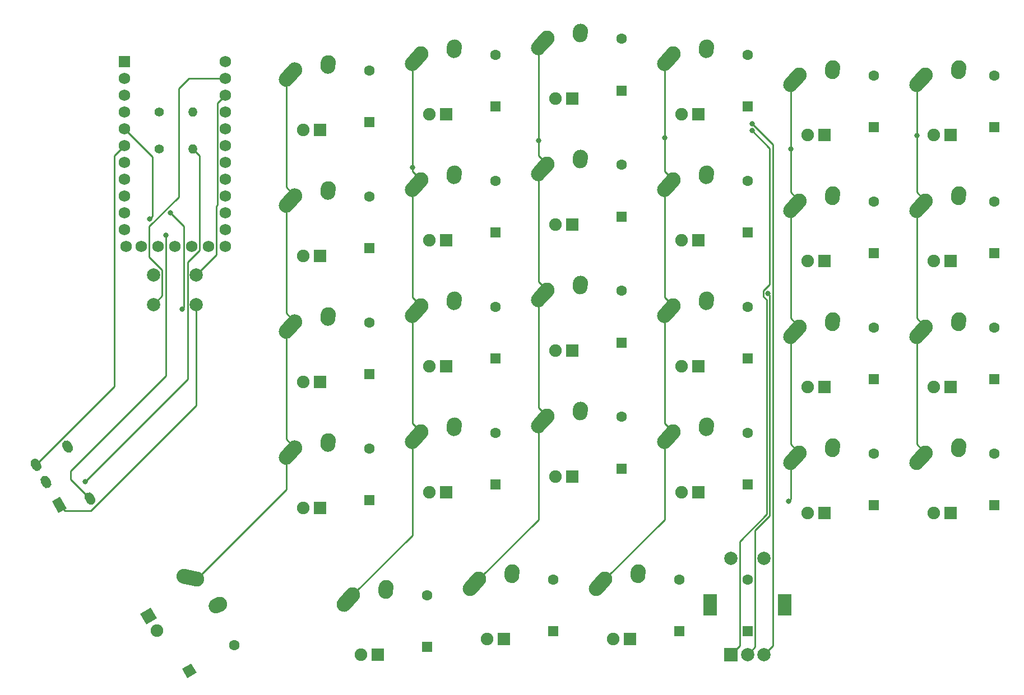
<source format=gbr>
%TF.GenerationSoftware,KiCad,Pcbnew,(5.1.9-0-10_14)*%
%TF.CreationDate,2021-04-19T01:18:51-05:00*%
%TF.ProjectId,wren-right,7772656e-2d72-4696-9768-742e6b696361,rev?*%
%TF.SameCoordinates,Original*%
%TF.FileFunction,Copper,L1,Top*%
%TF.FilePolarity,Positive*%
%FSLAX46Y46*%
G04 Gerber Fmt 4.6, Leading zero omitted, Abs format (unit mm)*
G04 Created by KiCad (PCBNEW (5.1.9-0-10_14)) date 2021-04-19 01:18:51*
%MOMM*%
%LPD*%
G01*
G04 APERTURE LIST*
%TA.AperFunction,ComponentPad*%
%ADD10C,0.100000*%
%TD*%
%TA.AperFunction,ComponentPad*%
%ADD11C,1.905000*%
%TD*%
%TA.AperFunction,ComponentPad*%
%ADD12C,2.250000*%
%TD*%
%TA.AperFunction,ComponentPad*%
%ADD13O,1.400000X1.400000*%
%TD*%
%TA.AperFunction,ComponentPad*%
%ADD14C,1.400000*%
%TD*%
%TA.AperFunction,ComponentPad*%
%ADD15C,1.600000*%
%TD*%
%TA.AperFunction,ComponentPad*%
%ADD16R,1.600000X1.600000*%
%TD*%
%TA.AperFunction,ComponentPad*%
%ADD17R,2.000000X2.000000*%
%TD*%
%TA.AperFunction,ComponentPad*%
%ADD18C,2.000000*%
%TD*%
%TA.AperFunction,ComponentPad*%
%ADD19R,2.000000X3.200000*%
%TD*%
%TA.AperFunction,ComponentPad*%
%ADD20C,1.752600*%
%TD*%
%TA.AperFunction,ComponentPad*%
%ADD21R,1.752600X1.752600*%
%TD*%
%TA.AperFunction,ComponentPad*%
%ADD22R,1.905000X1.905000*%
%TD*%
%TA.AperFunction,ViaPad*%
%ADD23C,0.800000*%
%TD*%
%TA.AperFunction,Conductor*%
%ADD24C,0.250000*%
%TD*%
G04 APERTURE END LIST*
%TA.AperFunction,ComponentPad*%
D10*
%TO.P,MX41,4*%
%TO.N,N/C*%
G36*
X100312702Y-140950259D02*
G01*
X101962480Y-139997759D01*
X102914980Y-141647537D01*
X101265202Y-142600037D01*
X100312702Y-140950259D01*
G37*
%TD.AperFunction*%
D11*
%TO.P,MX41,3*%
X102883841Y-143498602D03*
D12*
%TO.P,MX41,1*%
%TO.N,COL0*%
X108862352Y-135693686D03*
%TA.AperFunction,ComponentPad*%
G36*
G01*
X105842539Y-135055292D02*
X105842134Y-135057206D01*
G75*
G02*
X107174942Y-134188372I1100821J-231987D01*
G01*
X109094340Y-134592866D01*
G75*
G02*
X109963174Y-135925674I-231987J-1100821D01*
G01*
X109963174Y-135925674D01*
G75*
G02*
X108630366Y-136794508I-1100821J231987D01*
G01*
X106710968Y-136390014D01*
G75*
G02*
X105842134Y-135057206I231987J1100821D01*
G01*
G37*
%TD.AperFunction*%
%TO.P,MX41,2*%
%TO.N,Net-(D41-Pad2)*%
X112317659Y-139518455D03*
%TA.AperFunction,ComponentPad*%
G36*
G01*
X110785083Y-140268746D02*
X110784693Y-140267948D01*
G75*
G02*
X111301230Y-138763143I1010671J494134D01*
G01*
X111823526Y-138507783D01*
G75*
G02*
X113328331Y-139024320I494134J-1010671D01*
G01*
X113328331Y-139024320D01*
G75*
G02*
X112811794Y-140529125I-1010671J-494134D01*
G01*
X112289498Y-140784485D01*
G75*
G02*
X110784693Y-140267948I-494134J1010671D01*
G01*
G37*
%TD.AperFunction*%
%TD*%
D13*
%TO.P,R2,2*%
%TO.N,VCC*%
X108283750Y-70643750D03*
D14*
%TO.P,R2,1*%
%TO.N,SCL*%
X103203750Y-70643750D03*
%TD*%
D13*
%TO.P,R1,2*%
%TO.N,VCC*%
X108283750Y-65087500D03*
D14*
%TO.P,R1,1*%
%TO.N,SDA*%
X103203750Y-65087500D03*
%TD*%
D15*
%TO.P,D45,2*%
%TO.N,ENC1-IN*%
X192087500Y-135800000D03*
D16*
%TO.P,D45,1*%
%TO.N,ROW4*%
X192087500Y-143600000D03*
%TD*%
D15*
%TO.P,D44,2*%
%TO.N,Net-(D44-Pad2)*%
X181768750Y-135800000D03*
D16*
%TO.P,D44,1*%
%TO.N,ROW4*%
X181768750Y-143600000D03*
%TD*%
D15*
%TO.P,D43,2*%
%TO.N,Net-(D43-Pad2)*%
X162718750Y-135800000D03*
D16*
%TO.P,D43,1*%
%TO.N,ROW4*%
X162718750Y-143600000D03*
%TD*%
D15*
%TO.P,D42,2*%
%TO.N,Net-(D42-Pad2)*%
X143672250Y-138181250D03*
D16*
%TO.P,D42,1*%
%TO.N,ROW4*%
X143672250Y-145981250D03*
%TD*%
D15*
%TO.P,D41,2*%
%TO.N,Net-(D41-Pad2)*%
X114516249Y-145687500D03*
%TA.AperFunction,ComponentPad*%
D10*
%TO.P,D41,1*%
%TO.N,ROW4*%
G36*
X107468431Y-150680320D02*
G01*
X106668431Y-149294680D01*
X108054071Y-148494680D01*
X108854071Y-149880320D01*
X107468431Y-150680320D01*
G37*
%TD.AperFunction*%
%TD*%
D15*
%TO.P,D36,2*%
%TO.N,Net-(D36-Pad2)*%
X229370250Y-116750000D03*
D16*
%TO.P,D36,1*%
%TO.N,ROW3*%
X229370250Y-124550000D03*
%TD*%
D15*
%TO.P,D35,2*%
%TO.N,Net-(D35-Pad2)*%
X211119750Y-116750000D03*
D16*
%TO.P,D35,1*%
%TO.N,ROW3*%
X211119750Y-124550000D03*
%TD*%
D15*
%TO.P,D34,2*%
%TO.N,Net-(D34-Pad2)*%
X192075750Y-113575000D03*
D16*
%TO.P,D34,1*%
%TO.N,ROW3*%
X192075750Y-121375000D03*
%TD*%
D15*
%TO.P,D33,2*%
%TO.N,Net-(D33-Pad2)*%
X173031750Y-111193750D03*
D16*
%TO.P,D33,1*%
%TO.N,ROW3*%
X173031750Y-118993750D03*
%TD*%
D15*
%TO.P,D32,2*%
%TO.N,Net-(D32-Pad2)*%
X153987750Y-113575000D03*
D16*
%TO.P,D32,1*%
%TO.N,ROW3*%
X153987750Y-121375000D03*
%TD*%
D15*
%TO.P,D31,2*%
%TO.N,Net-(D31-Pad2)*%
X134943750Y-115956250D03*
D16*
%TO.P,D31,1*%
%TO.N,ROW3*%
X134943750Y-123756250D03*
%TD*%
D15*
%TO.P,D26,2*%
%TO.N,Net-(D26-Pad2)*%
X229370250Y-97700000D03*
D16*
%TO.P,D26,1*%
%TO.N,ROW2*%
X229370250Y-105500000D03*
%TD*%
D15*
%TO.P,D25,2*%
%TO.N,Net-(D25-Pad2)*%
X211119750Y-97700000D03*
D16*
%TO.P,D25,1*%
%TO.N,ROW2*%
X211119750Y-105500000D03*
%TD*%
D15*
%TO.P,D24,2*%
%TO.N,Net-(D24-Pad2)*%
X192075750Y-94525000D03*
D16*
%TO.P,D24,1*%
%TO.N,ROW2*%
X192075750Y-102325000D03*
%TD*%
D15*
%TO.P,D23,2*%
%TO.N,Net-(D23-Pad2)*%
X173031750Y-92143750D03*
D16*
%TO.P,D23,1*%
%TO.N,ROW2*%
X173031750Y-99943750D03*
%TD*%
D15*
%TO.P,D22,2*%
%TO.N,Net-(D22-Pad2)*%
X153987750Y-94525000D03*
D16*
%TO.P,D22,1*%
%TO.N,ROW2*%
X153987750Y-102325000D03*
%TD*%
D15*
%TO.P,D21,2*%
%TO.N,Net-(D21-Pad2)*%
X134943750Y-96906250D03*
D16*
%TO.P,D21,1*%
%TO.N,ROW2*%
X134943750Y-104706250D03*
%TD*%
D15*
%TO.P,D16,2*%
%TO.N,Net-(D16-Pad2)*%
X229370250Y-78650000D03*
D16*
%TO.P,D16,1*%
%TO.N,ROW1*%
X229370250Y-86450000D03*
%TD*%
D15*
%TO.P,D15,2*%
%TO.N,Net-(D15-Pad2)*%
X211119750Y-78650000D03*
D16*
%TO.P,D15,1*%
%TO.N,ROW1*%
X211119750Y-86450000D03*
%TD*%
D15*
%TO.P,D14,2*%
%TO.N,Net-(D14-Pad2)*%
X192075750Y-75475000D03*
D16*
%TO.P,D14,1*%
%TO.N,ROW1*%
X192075750Y-83275000D03*
%TD*%
D15*
%TO.P,D13,2*%
%TO.N,Net-(D13-Pad2)*%
X173031750Y-73093750D03*
D16*
%TO.P,D13,1*%
%TO.N,ROW1*%
X173031750Y-80893750D03*
%TD*%
D15*
%TO.P,D12,2*%
%TO.N,Net-(D12-Pad2)*%
X153987750Y-75475000D03*
D16*
%TO.P,D12,1*%
%TO.N,ROW1*%
X153987750Y-83275000D03*
%TD*%
D15*
%TO.P,D11,2*%
%TO.N,Net-(D11-Pad2)*%
X134943750Y-77856250D03*
D16*
%TO.P,D11,1*%
%TO.N,ROW1*%
X134943750Y-85656250D03*
%TD*%
D15*
%TO.P,D6,2*%
%TO.N,Net-(D6-Pad2)*%
X229370250Y-59600000D03*
D16*
%TO.P,D6,1*%
%TO.N,ROW0*%
X229370250Y-67400000D03*
%TD*%
D15*
%TO.P,D5,2*%
%TO.N,Net-(D5-Pad2)*%
X211119750Y-59600000D03*
D16*
%TO.P,D5,1*%
%TO.N,ROW0*%
X211119750Y-67400000D03*
%TD*%
D15*
%TO.P,D4,2*%
%TO.N,Net-(D4-Pad2)*%
X192075750Y-56425000D03*
D16*
%TO.P,D4,1*%
%TO.N,ROW0*%
X192075750Y-64225000D03*
%TD*%
D15*
%TO.P,D3,2*%
%TO.N,Net-(D3-Pad2)*%
X173031750Y-54043750D03*
D16*
%TO.P,D3,1*%
%TO.N,ROW0*%
X173031750Y-61843750D03*
%TD*%
D15*
%TO.P,D2,2*%
%TO.N,Net-(D2-Pad2)*%
X153987750Y-56425000D03*
D16*
%TO.P,D2,1*%
%TO.N,ROW0*%
X153987750Y-64225000D03*
%TD*%
D15*
%TO.P,D1,2*%
%TO.N,Net-(D1-Pad2)*%
X134943750Y-58806250D03*
D16*
%TO.P,D1,1*%
%TO.N,ROW0*%
X134943750Y-66606250D03*
%TD*%
D17*
%TO.P,ENC1,A*%
%TO.N,LEFT*%
X189579250Y-147097750D03*
D18*
%TO.P,ENC1,C*%
%TO.N,GND*%
X192079250Y-147097750D03*
%TO.P,ENC1,B*%
%TO.N,RIGHT*%
X194579250Y-147097750D03*
D19*
%TO.P,ENC1,MP*%
%TO.N,N/C*%
X186479250Y-139597750D03*
X197679250Y-139597750D03*
D18*
%TO.P,ENC1,S2*%
%TO.N,COL4*%
X189579250Y-132597750D03*
%TO.P,ENC1,S1*%
%TO.N,ENC1-IN*%
X194579250Y-132597750D03*
%TD*%
D20*
%TO.P,U1,25*%
%TO.N,N/C*%
X100488750Y-85407500D03*
%TO.P,U1,26*%
X103028750Y-85407500D03*
%TO.P,U1,27*%
X105568750Y-85407500D03*
%TO.P,U1,28*%
X108108750Y-85407500D03*
%TO.P,U1,29*%
X110648750Y-85407500D03*
%TO.P,U1,24*%
X113188750Y-57467500D03*
%TO.P,U1,12*%
%TO.N,ROW4*%
X98177350Y-85407500D03*
%TO.P,U1,23*%
%TO.N,GND*%
X113188750Y-60007500D03*
%TO.P,U1,22*%
%TO.N,Net-(SW0-Pad1)*%
X113188750Y-62547500D03*
%TO.P,U1,21*%
%TO.N,VCC*%
X113188750Y-65087500D03*
%TO.P,U1,20*%
%TO.N,RIGHT*%
X113188750Y-67627500D03*
%TO.P,U1,19*%
%TO.N,LEFT*%
X113188750Y-70167500D03*
%TO.P,U1,18*%
%TO.N,COL5*%
X113188750Y-72707500D03*
%TO.P,U1,17*%
%TO.N,COL4*%
X113188750Y-75247500D03*
%TO.P,U1,16*%
%TO.N,COL3*%
X113188750Y-77787500D03*
%TO.P,U1,15*%
%TO.N,COL2*%
X113188750Y-80327500D03*
%TO.P,U1,14*%
%TO.N,COL1*%
X113188750Y-82867500D03*
%TO.P,U1,13*%
%TO.N,COL0*%
X113188750Y-85407500D03*
%TO.P,U1,11*%
%TO.N,ROW3*%
X97948750Y-82867500D03*
%TO.P,U1,10*%
%TO.N,ROW2*%
X97948750Y-80327500D03*
%TO.P,U1,9*%
%TO.N,ROW1*%
X97948750Y-77787500D03*
%TO.P,U1,8*%
%TO.N,N/C*%
X97948750Y-75247500D03*
%TO.P,U1,7*%
X97948750Y-72707500D03*
%TO.P,U1,6*%
%TO.N,SCL*%
X97948750Y-70167500D03*
%TO.P,U1,5*%
%TO.N,SDA*%
X97948750Y-67627500D03*
%TO.P,U1,4*%
%TO.N,N/C*%
X97948750Y-65087500D03*
%TO.P,U1,3*%
X97948750Y-62547500D03*
%TO.P,U1,2*%
X97948750Y-60007500D03*
D21*
%TO.P,U1,1*%
%TO.N,ROW0*%
X97948750Y-57467500D03*
%TD*%
D18*
%TO.P,SW0,1*%
%TO.N,Net-(SW0-Pad1)*%
X108830250Y-89693750D03*
%TO.P,SW0,2*%
%TO.N,GND*%
X108830250Y-94193750D03*
%TO.P,SW0,1*%
%TO.N,Net-(SW0-Pad1)*%
X102330250Y-89693750D03*
%TO.P,SW0,2*%
%TO.N,GND*%
X102330250Y-94193750D03*
%TD*%
%TO.P,J1,R2*%
%TO.N,SCL*%
%TA.AperFunction,ComponentPad*%
G36*
G01*
X84106250Y-117563546D02*
X84106250Y-117563546D01*
G75*
G02*
X85062468Y-117819764I350000J-606218D01*
G01*
X85362468Y-118339380D01*
G75*
G02*
X85106250Y-119295598I-606218J-350000D01*
G01*
X85106250Y-119295598D01*
G75*
G02*
X84150032Y-119039380I-350000J606218D01*
G01*
X83850032Y-118519764D01*
G75*
G02*
X84106250Y-117563546I606218J350000D01*
G01*
G37*
%TD.AperFunction*%
%TO.P,J1,R1*%
%TO.N,VCC*%
%TA.AperFunction,ComponentPad*%
G36*
G01*
X85606250Y-120161622D02*
X85606250Y-120161622D01*
G75*
G02*
X86562468Y-120417840I350000J-606218D01*
G01*
X86862468Y-120937456D01*
G75*
G02*
X86606250Y-121893674I-606218J-350000D01*
G01*
X86606250Y-121893674D01*
G75*
G02*
X85650032Y-121637456I-350000J606218D01*
G01*
X85350032Y-121117840D01*
G75*
G02*
X85606250Y-120161622I606218J350000D01*
G01*
G37*
%TD.AperFunction*%
%TA.AperFunction,ComponentPad*%
D10*
%TO.P,J1,T*%
%TO.N,GND*%
G36*
X87000032Y-123975725D02*
G01*
X88212468Y-123275725D01*
X89212468Y-125007775D01*
X88000032Y-125707775D01*
X87000032Y-123975725D01*
G37*
%TD.AperFunction*%
%TO.P,J1,S*%
%TO.N,SDA*%
%TA.AperFunction,ComponentPad*%
G36*
G01*
X92253364Y-122674762D02*
X92253364Y-122674762D01*
G75*
G02*
X93209582Y-122930980I350000J-606218D01*
G01*
X93509582Y-123450596D01*
G75*
G02*
X93253364Y-124406814I-606218J-350000D01*
G01*
X93253364Y-124406814D01*
G75*
G02*
X92297146Y-124150596I-350000J606218D01*
G01*
X91997146Y-123630980D01*
G75*
G02*
X92253364Y-122674762I606218J350000D01*
G01*
G37*
%TD.AperFunction*%
%TO.P,J1,*%
%TO.N,*%
%TA.AperFunction,ComponentPad*%
G36*
G01*
X88869390Y-114813546D02*
X88869390Y-114813546D01*
G75*
G02*
X89825608Y-115069764I350000J-606218D01*
G01*
X90125608Y-115589380D01*
G75*
G02*
X89869390Y-116545598I-606218J-350000D01*
G01*
X89869390Y-116545598D01*
G75*
G02*
X88913172Y-116289380I-350000J606218D01*
G01*
X88613172Y-115769764D01*
G75*
G02*
X88869390Y-114813546I606218J350000D01*
G01*
G37*
%TD.AperFunction*%
%TD*%
D22*
%TO.P,MX44,4*%
%TO.N,N/C*%
X174307500Y-144780000D03*
D11*
%TO.P,MX44,3*%
X171767500Y-144780000D03*
D12*
%TO.P,MX44,1*%
%TO.N,COL3*%
X170537500Y-135700000D03*
%TA.AperFunction,ComponentPad*%
G36*
G01*
X168476188Y-137997350D02*
X168476183Y-137997345D01*
G75*
G02*
X168390155Y-136408683I751317J837345D01*
G01*
X169700157Y-134948683D01*
G75*
G02*
X171288819Y-134862655I837345J-751317D01*
G01*
X171288819Y-134862655D01*
G75*
G02*
X171374847Y-136451317I-751317J-837345D01*
G01*
X170064845Y-137911317D01*
G75*
G02*
X168476183Y-137997345I-837345J751317D01*
G01*
G37*
%TD.AperFunction*%
%TO.P,MX44,2*%
%TO.N,Net-(D44-Pad2)*%
X175577500Y-134620000D03*
%TA.AperFunction,ComponentPad*%
G36*
G01*
X175460983Y-136322395D02*
X175460097Y-136322334D01*
G75*
G02*
X174415166Y-135122597I77403J1122334D01*
G01*
X174455166Y-134542597D01*
G75*
G02*
X175654903Y-133497666I1122334J-77403D01*
G01*
X175654903Y-133497666D01*
G75*
G02*
X176699834Y-134697403I-77403J-1122334D01*
G01*
X176659834Y-135277403D01*
G75*
G02*
X175460097Y-136322334I-1122334J77403D01*
G01*
G37*
%TD.AperFunction*%
%TD*%
D22*
%TO.P,MX43,4*%
%TO.N,N/C*%
X155257500Y-144780000D03*
D11*
%TO.P,MX43,3*%
X152717500Y-144780000D03*
D12*
%TO.P,MX43,1*%
%TO.N,COL2*%
X151487500Y-135700000D03*
%TA.AperFunction,ComponentPad*%
G36*
G01*
X149426188Y-137997350D02*
X149426183Y-137997345D01*
G75*
G02*
X149340155Y-136408683I751317J837345D01*
G01*
X150650157Y-134948683D01*
G75*
G02*
X152238819Y-134862655I837345J-751317D01*
G01*
X152238819Y-134862655D01*
G75*
G02*
X152324847Y-136451317I-751317J-837345D01*
G01*
X151014845Y-137911317D01*
G75*
G02*
X149426183Y-137997345I-837345J751317D01*
G01*
G37*
%TD.AperFunction*%
%TO.P,MX43,2*%
%TO.N,Net-(D43-Pad2)*%
X156527500Y-134620000D03*
%TA.AperFunction,ComponentPad*%
G36*
G01*
X156410983Y-136322395D02*
X156410097Y-136322334D01*
G75*
G02*
X155365166Y-135122597I77403J1122334D01*
G01*
X155405166Y-134542597D01*
G75*
G02*
X156604903Y-133497666I1122334J-77403D01*
G01*
X156604903Y-133497666D01*
G75*
G02*
X157649834Y-134697403I-77403J-1122334D01*
G01*
X157609834Y-135277403D01*
G75*
G02*
X156410097Y-136322334I-1122334J77403D01*
G01*
G37*
%TD.AperFunction*%
%TD*%
D22*
%TO.P,MX42,4*%
%TO.N,N/C*%
X136207500Y-147161250D03*
D11*
%TO.P,MX42,3*%
X133667500Y-147161250D03*
D12*
%TO.P,MX42,1*%
%TO.N,COL1*%
X132437500Y-138081250D03*
%TA.AperFunction,ComponentPad*%
G36*
G01*
X130376188Y-140378600D02*
X130376183Y-140378595D01*
G75*
G02*
X130290155Y-138789933I751317J837345D01*
G01*
X131600157Y-137329933D01*
G75*
G02*
X133188819Y-137243905I837345J-751317D01*
G01*
X133188819Y-137243905D01*
G75*
G02*
X133274847Y-138832567I-751317J-837345D01*
G01*
X131964845Y-140292567D01*
G75*
G02*
X130376183Y-140378595I-837345J751317D01*
G01*
G37*
%TD.AperFunction*%
%TO.P,MX42,2*%
%TO.N,Net-(D42-Pad2)*%
X137477500Y-137001250D03*
%TA.AperFunction,ComponentPad*%
G36*
G01*
X137360983Y-138703645D02*
X137360097Y-138703584D01*
G75*
G02*
X136315166Y-137503847I77403J1122334D01*
G01*
X136355166Y-136923847D01*
G75*
G02*
X137554903Y-135878916I1122334J-77403D01*
G01*
X137554903Y-135878916D01*
G75*
G02*
X138599834Y-137078653I-77403J-1122334D01*
G01*
X138559834Y-137658653D01*
G75*
G02*
X137360097Y-138703584I-1122334J77403D01*
G01*
G37*
%TD.AperFunction*%
%TD*%
D22*
%TO.P,MX36,4*%
%TO.N,N/C*%
X222726250Y-125730000D03*
D11*
%TO.P,MX36,3*%
X220186250Y-125730000D03*
D12*
%TO.P,MX36,1*%
%TO.N,COL5*%
X218956250Y-116650000D03*
%TA.AperFunction,ComponentPad*%
G36*
G01*
X216894938Y-118947350D02*
X216894933Y-118947345D01*
G75*
G02*
X216808905Y-117358683I751317J837345D01*
G01*
X218118907Y-115898683D01*
G75*
G02*
X219707569Y-115812655I837345J-751317D01*
G01*
X219707569Y-115812655D01*
G75*
G02*
X219793597Y-117401317I-751317J-837345D01*
G01*
X218483595Y-118861317D01*
G75*
G02*
X216894933Y-118947345I-837345J751317D01*
G01*
G37*
%TD.AperFunction*%
%TO.P,MX36,2*%
%TO.N,Net-(D36-Pad2)*%
X223996250Y-115570000D03*
%TA.AperFunction,ComponentPad*%
G36*
G01*
X223879733Y-117272395D02*
X223878847Y-117272334D01*
G75*
G02*
X222833916Y-116072597I77403J1122334D01*
G01*
X222873916Y-115492597D01*
G75*
G02*
X224073653Y-114447666I1122334J-77403D01*
G01*
X224073653Y-114447666D01*
G75*
G02*
X225118584Y-115647403I-77403J-1122334D01*
G01*
X225078584Y-116227403D01*
G75*
G02*
X223878847Y-117272334I-1122334J77403D01*
G01*
G37*
%TD.AperFunction*%
%TD*%
D22*
%TO.P,MX35,4*%
%TO.N,N/C*%
X203676250Y-125730000D03*
D11*
%TO.P,MX35,3*%
X201136250Y-125730000D03*
D12*
%TO.P,MX35,1*%
%TO.N,COL4*%
X199906250Y-116650000D03*
%TA.AperFunction,ComponentPad*%
G36*
G01*
X197844938Y-118947350D02*
X197844933Y-118947345D01*
G75*
G02*
X197758905Y-117358683I751317J837345D01*
G01*
X199068907Y-115898683D01*
G75*
G02*
X200657569Y-115812655I837345J-751317D01*
G01*
X200657569Y-115812655D01*
G75*
G02*
X200743597Y-117401317I-751317J-837345D01*
G01*
X199433595Y-118861317D01*
G75*
G02*
X197844933Y-118947345I-837345J751317D01*
G01*
G37*
%TD.AperFunction*%
%TO.P,MX35,2*%
%TO.N,Net-(D35-Pad2)*%
X204946250Y-115570000D03*
%TA.AperFunction,ComponentPad*%
G36*
G01*
X204829733Y-117272395D02*
X204828847Y-117272334D01*
G75*
G02*
X203783916Y-116072597I77403J1122334D01*
G01*
X203823916Y-115492597D01*
G75*
G02*
X205023653Y-114447666I1122334J-77403D01*
G01*
X205023653Y-114447666D01*
G75*
G02*
X206068584Y-115647403I-77403J-1122334D01*
G01*
X206028584Y-116227403D01*
G75*
G02*
X204828847Y-117272334I-1122334J77403D01*
G01*
G37*
%TD.AperFunction*%
%TD*%
D22*
%TO.P,MX34,4*%
%TO.N,N/C*%
X184626250Y-122555000D03*
D11*
%TO.P,MX34,3*%
X182086250Y-122555000D03*
D12*
%TO.P,MX34,1*%
%TO.N,COL3*%
X180856250Y-113475000D03*
%TA.AperFunction,ComponentPad*%
G36*
G01*
X178794938Y-115772350D02*
X178794933Y-115772345D01*
G75*
G02*
X178708905Y-114183683I751317J837345D01*
G01*
X180018907Y-112723683D01*
G75*
G02*
X181607569Y-112637655I837345J-751317D01*
G01*
X181607569Y-112637655D01*
G75*
G02*
X181693597Y-114226317I-751317J-837345D01*
G01*
X180383595Y-115686317D01*
G75*
G02*
X178794933Y-115772345I-837345J751317D01*
G01*
G37*
%TD.AperFunction*%
%TO.P,MX34,2*%
%TO.N,Net-(D34-Pad2)*%
X185896250Y-112395000D03*
%TA.AperFunction,ComponentPad*%
G36*
G01*
X185779733Y-114097395D02*
X185778847Y-114097334D01*
G75*
G02*
X184733916Y-112897597I77403J1122334D01*
G01*
X184773916Y-112317597D01*
G75*
G02*
X185973653Y-111272666I1122334J-77403D01*
G01*
X185973653Y-111272666D01*
G75*
G02*
X187018584Y-112472403I-77403J-1122334D01*
G01*
X186978584Y-113052403D01*
G75*
G02*
X185778847Y-114097334I-1122334J77403D01*
G01*
G37*
%TD.AperFunction*%
%TD*%
D22*
%TO.P,MX33,4*%
%TO.N,N/C*%
X165576250Y-120173750D03*
D11*
%TO.P,MX33,3*%
X163036250Y-120173750D03*
D12*
%TO.P,MX33,1*%
%TO.N,COL2*%
X161806250Y-111093750D03*
%TA.AperFunction,ComponentPad*%
G36*
G01*
X159744938Y-113391100D02*
X159744933Y-113391095D01*
G75*
G02*
X159658905Y-111802433I751317J837345D01*
G01*
X160968907Y-110342433D01*
G75*
G02*
X162557569Y-110256405I837345J-751317D01*
G01*
X162557569Y-110256405D01*
G75*
G02*
X162643597Y-111845067I-751317J-837345D01*
G01*
X161333595Y-113305067D01*
G75*
G02*
X159744933Y-113391095I-837345J751317D01*
G01*
G37*
%TD.AperFunction*%
%TO.P,MX33,2*%
%TO.N,Net-(D33-Pad2)*%
X166846250Y-110013750D03*
%TA.AperFunction,ComponentPad*%
G36*
G01*
X166729733Y-111716145D02*
X166728847Y-111716084D01*
G75*
G02*
X165683916Y-110516347I77403J1122334D01*
G01*
X165723916Y-109936347D01*
G75*
G02*
X166923653Y-108891416I1122334J-77403D01*
G01*
X166923653Y-108891416D01*
G75*
G02*
X167968584Y-110091153I-77403J-1122334D01*
G01*
X167928584Y-110671153D01*
G75*
G02*
X166728847Y-111716084I-1122334J77403D01*
G01*
G37*
%TD.AperFunction*%
%TD*%
D22*
%TO.P,MX32,4*%
%TO.N,N/C*%
X146526250Y-122555000D03*
D11*
%TO.P,MX32,3*%
X143986250Y-122555000D03*
D12*
%TO.P,MX32,1*%
%TO.N,COL1*%
X142756250Y-113475000D03*
%TA.AperFunction,ComponentPad*%
G36*
G01*
X140694938Y-115772350D02*
X140694933Y-115772345D01*
G75*
G02*
X140608905Y-114183683I751317J837345D01*
G01*
X141918907Y-112723683D01*
G75*
G02*
X143507569Y-112637655I837345J-751317D01*
G01*
X143507569Y-112637655D01*
G75*
G02*
X143593597Y-114226317I-751317J-837345D01*
G01*
X142283595Y-115686317D01*
G75*
G02*
X140694933Y-115772345I-837345J751317D01*
G01*
G37*
%TD.AperFunction*%
%TO.P,MX32,2*%
%TO.N,Net-(D32-Pad2)*%
X147796250Y-112395000D03*
%TA.AperFunction,ComponentPad*%
G36*
G01*
X147679733Y-114097395D02*
X147678847Y-114097334D01*
G75*
G02*
X146633916Y-112897597I77403J1122334D01*
G01*
X146673916Y-112317597D01*
G75*
G02*
X147873653Y-111272666I1122334J-77403D01*
G01*
X147873653Y-111272666D01*
G75*
G02*
X148918584Y-112472403I-77403J-1122334D01*
G01*
X148878584Y-113052403D01*
G75*
G02*
X147678847Y-114097334I-1122334J77403D01*
G01*
G37*
%TD.AperFunction*%
%TD*%
D22*
%TO.P,MX31,4*%
%TO.N,N/C*%
X127476250Y-124936250D03*
D11*
%TO.P,MX31,3*%
X124936250Y-124936250D03*
D12*
%TO.P,MX31,1*%
%TO.N,COL0*%
X123706250Y-115856250D03*
%TA.AperFunction,ComponentPad*%
G36*
G01*
X121644938Y-118153600D02*
X121644933Y-118153595D01*
G75*
G02*
X121558905Y-116564933I751317J837345D01*
G01*
X122868907Y-115104933D01*
G75*
G02*
X124457569Y-115018905I837345J-751317D01*
G01*
X124457569Y-115018905D01*
G75*
G02*
X124543597Y-116607567I-751317J-837345D01*
G01*
X123233595Y-118067567D01*
G75*
G02*
X121644933Y-118153595I-837345J751317D01*
G01*
G37*
%TD.AperFunction*%
%TO.P,MX31,2*%
%TO.N,Net-(D31-Pad2)*%
X128746250Y-114776250D03*
%TA.AperFunction,ComponentPad*%
G36*
G01*
X128629733Y-116478645D02*
X128628847Y-116478584D01*
G75*
G02*
X127583916Y-115278847I77403J1122334D01*
G01*
X127623916Y-114698847D01*
G75*
G02*
X128823653Y-113653916I1122334J-77403D01*
G01*
X128823653Y-113653916D01*
G75*
G02*
X129868584Y-114853653I-77403J-1122334D01*
G01*
X129828584Y-115433653D01*
G75*
G02*
X128628847Y-116478584I-1122334J77403D01*
G01*
G37*
%TD.AperFunction*%
%TD*%
D22*
%TO.P,MX26,4*%
%TO.N,N/C*%
X222726250Y-106680000D03*
D11*
%TO.P,MX26,3*%
X220186250Y-106680000D03*
D12*
%TO.P,MX26,1*%
%TO.N,COL5*%
X218956250Y-97600000D03*
%TA.AperFunction,ComponentPad*%
G36*
G01*
X216894938Y-99897350D02*
X216894933Y-99897345D01*
G75*
G02*
X216808905Y-98308683I751317J837345D01*
G01*
X218118907Y-96848683D01*
G75*
G02*
X219707569Y-96762655I837345J-751317D01*
G01*
X219707569Y-96762655D01*
G75*
G02*
X219793597Y-98351317I-751317J-837345D01*
G01*
X218483595Y-99811317D01*
G75*
G02*
X216894933Y-99897345I-837345J751317D01*
G01*
G37*
%TD.AperFunction*%
%TO.P,MX26,2*%
%TO.N,Net-(D26-Pad2)*%
X223996250Y-96520000D03*
%TA.AperFunction,ComponentPad*%
G36*
G01*
X223879733Y-98222395D02*
X223878847Y-98222334D01*
G75*
G02*
X222833916Y-97022597I77403J1122334D01*
G01*
X222873916Y-96442597D01*
G75*
G02*
X224073653Y-95397666I1122334J-77403D01*
G01*
X224073653Y-95397666D01*
G75*
G02*
X225118584Y-96597403I-77403J-1122334D01*
G01*
X225078584Y-97177403D01*
G75*
G02*
X223878847Y-98222334I-1122334J77403D01*
G01*
G37*
%TD.AperFunction*%
%TD*%
D22*
%TO.P,MX25,4*%
%TO.N,N/C*%
X203676250Y-106680000D03*
D11*
%TO.P,MX25,3*%
X201136250Y-106680000D03*
D12*
%TO.P,MX25,1*%
%TO.N,COL4*%
X199906250Y-97600000D03*
%TA.AperFunction,ComponentPad*%
G36*
G01*
X197844938Y-99897350D02*
X197844933Y-99897345D01*
G75*
G02*
X197758905Y-98308683I751317J837345D01*
G01*
X199068907Y-96848683D01*
G75*
G02*
X200657569Y-96762655I837345J-751317D01*
G01*
X200657569Y-96762655D01*
G75*
G02*
X200743597Y-98351317I-751317J-837345D01*
G01*
X199433595Y-99811317D01*
G75*
G02*
X197844933Y-99897345I-837345J751317D01*
G01*
G37*
%TD.AperFunction*%
%TO.P,MX25,2*%
%TO.N,Net-(D25-Pad2)*%
X204946250Y-96520000D03*
%TA.AperFunction,ComponentPad*%
G36*
G01*
X204829733Y-98222395D02*
X204828847Y-98222334D01*
G75*
G02*
X203783916Y-97022597I77403J1122334D01*
G01*
X203823916Y-96442597D01*
G75*
G02*
X205023653Y-95397666I1122334J-77403D01*
G01*
X205023653Y-95397666D01*
G75*
G02*
X206068584Y-96597403I-77403J-1122334D01*
G01*
X206028584Y-97177403D01*
G75*
G02*
X204828847Y-98222334I-1122334J77403D01*
G01*
G37*
%TD.AperFunction*%
%TD*%
D22*
%TO.P,MX24,4*%
%TO.N,N/C*%
X184626250Y-103505000D03*
D11*
%TO.P,MX24,3*%
X182086250Y-103505000D03*
D12*
%TO.P,MX24,1*%
%TO.N,COL3*%
X180856250Y-94425000D03*
%TA.AperFunction,ComponentPad*%
G36*
G01*
X178794938Y-96722350D02*
X178794933Y-96722345D01*
G75*
G02*
X178708905Y-95133683I751317J837345D01*
G01*
X180018907Y-93673683D01*
G75*
G02*
X181607569Y-93587655I837345J-751317D01*
G01*
X181607569Y-93587655D01*
G75*
G02*
X181693597Y-95176317I-751317J-837345D01*
G01*
X180383595Y-96636317D01*
G75*
G02*
X178794933Y-96722345I-837345J751317D01*
G01*
G37*
%TD.AperFunction*%
%TO.P,MX24,2*%
%TO.N,Net-(D24-Pad2)*%
X185896250Y-93345000D03*
%TA.AperFunction,ComponentPad*%
G36*
G01*
X185779733Y-95047395D02*
X185778847Y-95047334D01*
G75*
G02*
X184733916Y-93847597I77403J1122334D01*
G01*
X184773916Y-93267597D01*
G75*
G02*
X185973653Y-92222666I1122334J-77403D01*
G01*
X185973653Y-92222666D01*
G75*
G02*
X187018584Y-93422403I-77403J-1122334D01*
G01*
X186978584Y-94002403D01*
G75*
G02*
X185778847Y-95047334I-1122334J77403D01*
G01*
G37*
%TD.AperFunction*%
%TD*%
D22*
%TO.P,MX23,4*%
%TO.N,N/C*%
X165576250Y-101123750D03*
D11*
%TO.P,MX23,3*%
X163036250Y-101123750D03*
D12*
%TO.P,MX23,1*%
%TO.N,COL2*%
X161806250Y-92043750D03*
%TA.AperFunction,ComponentPad*%
G36*
G01*
X159744938Y-94341100D02*
X159744933Y-94341095D01*
G75*
G02*
X159658905Y-92752433I751317J837345D01*
G01*
X160968907Y-91292433D01*
G75*
G02*
X162557569Y-91206405I837345J-751317D01*
G01*
X162557569Y-91206405D01*
G75*
G02*
X162643597Y-92795067I-751317J-837345D01*
G01*
X161333595Y-94255067D01*
G75*
G02*
X159744933Y-94341095I-837345J751317D01*
G01*
G37*
%TD.AperFunction*%
%TO.P,MX23,2*%
%TO.N,Net-(D23-Pad2)*%
X166846250Y-90963750D03*
%TA.AperFunction,ComponentPad*%
G36*
G01*
X166729733Y-92666145D02*
X166728847Y-92666084D01*
G75*
G02*
X165683916Y-91466347I77403J1122334D01*
G01*
X165723916Y-90886347D01*
G75*
G02*
X166923653Y-89841416I1122334J-77403D01*
G01*
X166923653Y-89841416D01*
G75*
G02*
X167968584Y-91041153I-77403J-1122334D01*
G01*
X167928584Y-91621153D01*
G75*
G02*
X166728847Y-92666084I-1122334J77403D01*
G01*
G37*
%TD.AperFunction*%
%TD*%
D22*
%TO.P,MX22,4*%
%TO.N,N/C*%
X146526250Y-103505000D03*
D11*
%TO.P,MX22,3*%
X143986250Y-103505000D03*
D12*
%TO.P,MX22,1*%
%TO.N,COL1*%
X142756250Y-94425000D03*
%TA.AperFunction,ComponentPad*%
G36*
G01*
X140694938Y-96722350D02*
X140694933Y-96722345D01*
G75*
G02*
X140608905Y-95133683I751317J837345D01*
G01*
X141918907Y-93673683D01*
G75*
G02*
X143507569Y-93587655I837345J-751317D01*
G01*
X143507569Y-93587655D01*
G75*
G02*
X143593597Y-95176317I-751317J-837345D01*
G01*
X142283595Y-96636317D01*
G75*
G02*
X140694933Y-96722345I-837345J751317D01*
G01*
G37*
%TD.AperFunction*%
%TO.P,MX22,2*%
%TO.N,Net-(D22-Pad2)*%
X147796250Y-93345000D03*
%TA.AperFunction,ComponentPad*%
G36*
G01*
X147679733Y-95047395D02*
X147678847Y-95047334D01*
G75*
G02*
X146633916Y-93847597I77403J1122334D01*
G01*
X146673916Y-93267597D01*
G75*
G02*
X147873653Y-92222666I1122334J-77403D01*
G01*
X147873653Y-92222666D01*
G75*
G02*
X148918584Y-93422403I-77403J-1122334D01*
G01*
X148878584Y-94002403D01*
G75*
G02*
X147678847Y-95047334I-1122334J77403D01*
G01*
G37*
%TD.AperFunction*%
%TD*%
D22*
%TO.P,MX21,4*%
%TO.N,N/C*%
X127476250Y-105886250D03*
D11*
%TO.P,MX21,3*%
X124936250Y-105886250D03*
D12*
%TO.P,MX21,1*%
%TO.N,COL0*%
X123706250Y-96806250D03*
%TA.AperFunction,ComponentPad*%
G36*
G01*
X121644938Y-99103600D02*
X121644933Y-99103595D01*
G75*
G02*
X121558905Y-97514933I751317J837345D01*
G01*
X122868907Y-96054933D01*
G75*
G02*
X124457569Y-95968905I837345J-751317D01*
G01*
X124457569Y-95968905D01*
G75*
G02*
X124543597Y-97557567I-751317J-837345D01*
G01*
X123233595Y-99017567D01*
G75*
G02*
X121644933Y-99103595I-837345J751317D01*
G01*
G37*
%TD.AperFunction*%
%TO.P,MX21,2*%
%TO.N,Net-(D21-Pad2)*%
X128746250Y-95726250D03*
%TA.AperFunction,ComponentPad*%
G36*
G01*
X128629733Y-97428645D02*
X128628847Y-97428584D01*
G75*
G02*
X127583916Y-96228847I77403J1122334D01*
G01*
X127623916Y-95648847D01*
G75*
G02*
X128823653Y-94603916I1122334J-77403D01*
G01*
X128823653Y-94603916D01*
G75*
G02*
X129868584Y-95803653I-77403J-1122334D01*
G01*
X129828584Y-96383653D01*
G75*
G02*
X128628847Y-97428584I-1122334J77403D01*
G01*
G37*
%TD.AperFunction*%
%TD*%
D22*
%TO.P,MX16,4*%
%TO.N,N/C*%
X222726250Y-87630000D03*
D11*
%TO.P,MX16,3*%
X220186250Y-87630000D03*
D12*
%TO.P,MX16,1*%
%TO.N,COL5*%
X218956250Y-78550000D03*
%TA.AperFunction,ComponentPad*%
G36*
G01*
X216894938Y-80847350D02*
X216894933Y-80847345D01*
G75*
G02*
X216808905Y-79258683I751317J837345D01*
G01*
X218118907Y-77798683D01*
G75*
G02*
X219707569Y-77712655I837345J-751317D01*
G01*
X219707569Y-77712655D01*
G75*
G02*
X219793597Y-79301317I-751317J-837345D01*
G01*
X218483595Y-80761317D01*
G75*
G02*
X216894933Y-80847345I-837345J751317D01*
G01*
G37*
%TD.AperFunction*%
%TO.P,MX16,2*%
%TO.N,Net-(D16-Pad2)*%
X223996250Y-77470000D03*
%TA.AperFunction,ComponentPad*%
G36*
G01*
X223879733Y-79172395D02*
X223878847Y-79172334D01*
G75*
G02*
X222833916Y-77972597I77403J1122334D01*
G01*
X222873916Y-77392597D01*
G75*
G02*
X224073653Y-76347666I1122334J-77403D01*
G01*
X224073653Y-76347666D01*
G75*
G02*
X225118584Y-77547403I-77403J-1122334D01*
G01*
X225078584Y-78127403D01*
G75*
G02*
X223878847Y-79172334I-1122334J77403D01*
G01*
G37*
%TD.AperFunction*%
%TD*%
D22*
%TO.P,MX15,4*%
%TO.N,N/C*%
X203676250Y-87630000D03*
D11*
%TO.P,MX15,3*%
X201136250Y-87630000D03*
D12*
%TO.P,MX15,1*%
%TO.N,COL4*%
X199906250Y-78550000D03*
%TA.AperFunction,ComponentPad*%
G36*
G01*
X197844938Y-80847350D02*
X197844933Y-80847345D01*
G75*
G02*
X197758905Y-79258683I751317J837345D01*
G01*
X199068907Y-77798683D01*
G75*
G02*
X200657569Y-77712655I837345J-751317D01*
G01*
X200657569Y-77712655D01*
G75*
G02*
X200743597Y-79301317I-751317J-837345D01*
G01*
X199433595Y-80761317D01*
G75*
G02*
X197844933Y-80847345I-837345J751317D01*
G01*
G37*
%TD.AperFunction*%
%TO.P,MX15,2*%
%TO.N,Net-(D15-Pad2)*%
X204946250Y-77470000D03*
%TA.AperFunction,ComponentPad*%
G36*
G01*
X204829733Y-79172395D02*
X204828847Y-79172334D01*
G75*
G02*
X203783916Y-77972597I77403J1122334D01*
G01*
X203823916Y-77392597D01*
G75*
G02*
X205023653Y-76347666I1122334J-77403D01*
G01*
X205023653Y-76347666D01*
G75*
G02*
X206068584Y-77547403I-77403J-1122334D01*
G01*
X206028584Y-78127403D01*
G75*
G02*
X204828847Y-79172334I-1122334J77403D01*
G01*
G37*
%TD.AperFunction*%
%TD*%
D22*
%TO.P,MX14,4*%
%TO.N,N/C*%
X184626250Y-84455000D03*
D11*
%TO.P,MX14,3*%
X182086250Y-84455000D03*
D12*
%TO.P,MX14,1*%
%TO.N,COL3*%
X180856250Y-75375000D03*
%TA.AperFunction,ComponentPad*%
G36*
G01*
X178794938Y-77672350D02*
X178794933Y-77672345D01*
G75*
G02*
X178708905Y-76083683I751317J837345D01*
G01*
X180018907Y-74623683D01*
G75*
G02*
X181607569Y-74537655I837345J-751317D01*
G01*
X181607569Y-74537655D01*
G75*
G02*
X181693597Y-76126317I-751317J-837345D01*
G01*
X180383595Y-77586317D01*
G75*
G02*
X178794933Y-77672345I-837345J751317D01*
G01*
G37*
%TD.AperFunction*%
%TO.P,MX14,2*%
%TO.N,Net-(D14-Pad2)*%
X185896250Y-74295000D03*
%TA.AperFunction,ComponentPad*%
G36*
G01*
X185779733Y-75997395D02*
X185778847Y-75997334D01*
G75*
G02*
X184733916Y-74797597I77403J1122334D01*
G01*
X184773916Y-74217597D01*
G75*
G02*
X185973653Y-73172666I1122334J-77403D01*
G01*
X185973653Y-73172666D01*
G75*
G02*
X187018584Y-74372403I-77403J-1122334D01*
G01*
X186978584Y-74952403D01*
G75*
G02*
X185778847Y-75997334I-1122334J77403D01*
G01*
G37*
%TD.AperFunction*%
%TD*%
D22*
%TO.P,MX13,4*%
%TO.N,N/C*%
X165576250Y-82073750D03*
D11*
%TO.P,MX13,3*%
X163036250Y-82073750D03*
D12*
%TO.P,MX13,1*%
%TO.N,COL2*%
X161806250Y-72993750D03*
%TA.AperFunction,ComponentPad*%
G36*
G01*
X159744938Y-75291100D02*
X159744933Y-75291095D01*
G75*
G02*
X159658905Y-73702433I751317J837345D01*
G01*
X160968907Y-72242433D01*
G75*
G02*
X162557569Y-72156405I837345J-751317D01*
G01*
X162557569Y-72156405D01*
G75*
G02*
X162643597Y-73745067I-751317J-837345D01*
G01*
X161333595Y-75205067D01*
G75*
G02*
X159744933Y-75291095I-837345J751317D01*
G01*
G37*
%TD.AperFunction*%
%TO.P,MX13,2*%
%TO.N,Net-(D13-Pad2)*%
X166846250Y-71913750D03*
%TA.AperFunction,ComponentPad*%
G36*
G01*
X166729733Y-73616145D02*
X166728847Y-73616084D01*
G75*
G02*
X165683916Y-72416347I77403J1122334D01*
G01*
X165723916Y-71836347D01*
G75*
G02*
X166923653Y-70791416I1122334J-77403D01*
G01*
X166923653Y-70791416D01*
G75*
G02*
X167968584Y-71991153I-77403J-1122334D01*
G01*
X167928584Y-72571153D01*
G75*
G02*
X166728847Y-73616084I-1122334J77403D01*
G01*
G37*
%TD.AperFunction*%
%TD*%
D22*
%TO.P,MX12,4*%
%TO.N,N/C*%
X146526250Y-84455000D03*
D11*
%TO.P,MX12,3*%
X143986250Y-84455000D03*
D12*
%TO.P,MX12,1*%
%TO.N,COL1*%
X142756250Y-75375000D03*
%TA.AperFunction,ComponentPad*%
G36*
G01*
X140694938Y-77672350D02*
X140694933Y-77672345D01*
G75*
G02*
X140608905Y-76083683I751317J837345D01*
G01*
X141918907Y-74623683D01*
G75*
G02*
X143507569Y-74537655I837345J-751317D01*
G01*
X143507569Y-74537655D01*
G75*
G02*
X143593597Y-76126317I-751317J-837345D01*
G01*
X142283595Y-77586317D01*
G75*
G02*
X140694933Y-77672345I-837345J751317D01*
G01*
G37*
%TD.AperFunction*%
%TO.P,MX12,2*%
%TO.N,Net-(D12-Pad2)*%
X147796250Y-74295000D03*
%TA.AperFunction,ComponentPad*%
G36*
G01*
X147679733Y-75997395D02*
X147678847Y-75997334D01*
G75*
G02*
X146633916Y-74797597I77403J1122334D01*
G01*
X146673916Y-74217597D01*
G75*
G02*
X147873653Y-73172666I1122334J-77403D01*
G01*
X147873653Y-73172666D01*
G75*
G02*
X148918584Y-74372403I-77403J-1122334D01*
G01*
X148878584Y-74952403D01*
G75*
G02*
X147678847Y-75997334I-1122334J77403D01*
G01*
G37*
%TD.AperFunction*%
%TD*%
D22*
%TO.P,MX11,4*%
%TO.N,N/C*%
X127476250Y-86836250D03*
D11*
%TO.P,MX11,3*%
X124936250Y-86836250D03*
D12*
%TO.P,MX11,1*%
%TO.N,COL0*%
X123706250Y-77756250D03*
%TA.AperFunction,ComponentPad*%
G36*
G01*
X121644938Y-80053600D02*
X121644933Y-80053595D01*
G75*
G02*
X121558905Y-78464933I751317J837345D01*
G01*
X122868907Y-77004933D01*
G75*
G02*
X124457569Y-76918905I837345J-751317D01*
G01*
X124457569Y-76918905D01*
G75*
G02*
X124543597Y-78507567I-751317J-837345D01*
G01*
X123233595Y-79967567D01*
G75*
G02*
X121644933Y-80053595I-837345J751317D01*
G01*
G37*
%TD.AperFunction*%
%TO.P,MX11,2*%
%TO.N,Net-(D11-Pad2)*%
X128746250Y-76676250D03*
%TA.AperFunction,ComponentPad*%
G36*
G01*
X128629733Y-78378645D02*
X128628847Y-78378584D01*
G75*
G02*
X127583916Y-77178847I77403J1122334D01*
G01*
X127623916Y-76598847D01*
G75*
G02*
X128823653Y-75553916I1122334J-77403D01*
G01*
X128823653Y-75553916D01*
G75*
G02*
X129868584Y-76753653I-77403J-1122334D01*
G01*
X129828584Y-77333653D01*
G75*
G02*
X128628847Y-78378584I-1122334J77403D01*
G01*
G37*
%TD.AperFunction*%
%TD*%
D22*
%TO.P,MX6,4*%
%TO.N,N/C*%
X222726250Y-68580000D03*
D11*
%TO.P,MX6,3*%
X220186250Y-68580000D03*
D12*
%TO.P,MX6,1*%
%TO.N,COL5*%
X218956250Y-59500000D03*
%TA.AperFunction,ComponentPad*%
G36*
G01*
X216894938Y-61797350D02*
X216894933Y-61797345D01*
G75*
G02*
X216808905Y-60208683I751317J837345D01*
G01*
X218118907Y-58748683D01*
G75*
G02*
X219707569Y-58662655I837345J-751317D01*
G01*
X219707569Y-58662655D01*
G75*
G02*
X219793597Y-60251317I-751317J-837345D01*
G01*
X218483595Y-61711317D01*
G75*
G02*
X216894933Y-61797345I-837345J751317D01*
G01*
G37*
%TD.AperFunction*%
%TO.P,MX6,2*%
%TO.N,Net-(D6-Pad2)*%
X223996250Y-58420000D03*
%TA.AperFunction,ComponentPad*%
G36*
G01*
X223879733Y-60122395D02*
X223878847Y-60122334D01*
G75*
G02*
X222833916Y-58922597I77403J1122334D01*
G01*
X222873916Y-58342597D01*
G75*
G02*
X224073653Y-57297666I1122334J-77403D01*
G01*
X224073653Y-57297666D01*
G75*
G02*
X225118584Y-58497403I-77403J-1122334D01*
G01*
X225078584Y-59077403D01*
G75*
G02*
X223878847Y-60122334I-1122334J77403D01*
G01*
G37*
%TD.AperFunction*%
%TD*%
D22*
%TO.P,MX5,4*%
%TO.N,N/C*%
X203676250Y-68580000D03*
D11*
%TO.P,MX5,3*%
X201136250Y-68580000D03*
D12*
%TO.P,MX5,1*%
%TO.N,COL4*%
X199906250Y-59500000D03*
%TA.AperFunction,ComponentPad*%
G36*
G01*
X197844938Y-61797350D02*
X197844933Y-61797345D01*
G75*
G02*
X197758905Y-60208683I751317J837345D01*
G01*
X199068907Y-58748683D01*
G75*
G02*
X200657569Y-58662655I837345J-751317D01*
G01*
X200657569Y-58662655D01*
G75*
G02*
X200743597Y-60251317I-751317J-837345D01*
G01*
X199433595Y-61711317D01*
G75*
G02*
X197844933Y-61797345I-837345J751317D01*
G01*
G37*
%TD.AperFunction*%
%TO.P,MX5,2*%
%TO.N,Net-(D5-Pad2)*%
X204946250Y-58420000D03*
%TA.AperFunction,ComponentPad*%
G36*
G01*
X204829733Y-60122395D02*
X204828847Y-60122334D01*
G75*
G02*
X203783916Y-58922597I77403J1122334D01*
G01*
X203823916Y-58342597D01*
G75*
G02*
X205023653Y-57297666I1122334J-77403D01*
G01*
X205023653Y-57297666D01*
G75*
G02*
X206068584Y-58497403I-77403J-1122334D01*
G01*
X206028584Y-59077403D01*
G75*
G02*
X204828847Y-60122334I-1122334J77403D01*
G01*
G37*
%TD.AperFunction*%
%TD*%
D22*
%TO.P,MX4,4*%
%TO.N,N/C*%
X184626250Y-65405000D03*
D11*
%TO.P,MX4,3*%
X182086250Y-65405000D03*
D12*
%TO.P,MX4,1*%
%TO.N,COL3*%
X180856250Y-56325000D03*
%TA.AperFunction,ComponentPad*%
G36*
G01*
X178794938Y-58622350D02*
X178794933Y-58622345D01*
G75*
G02*
X178708905Y-57033683I751317J837345D01*
G01*
X180018907Y-55573683D01*
G75*
G02*
X181607569Y-55487655I837345J-751317D01*
G01*
X181607569Y-55487655D01*
G75*
G02*
X181693597Y-57076317I-751317J-837345D01*
G01*
X180383595Y-58536317D01*
G75*
G02*
X178794933Y-58622345I-837345J751317D01*
G01*
G37*
%TD.AperFunction*%
%TO.P,MX4,2*%
%TO.N,Net-(D4-Pad2)*%
X185896250Y-55245000D03*
%TA.AperFunction,ComponentPad*%
G36*
G01*
X185779733Y-56947395D02*
X185778847Y-56947334D01*
G75*
G02*
X184733916Y-55747597I77403J1122334D01*
G01*
X184773916Y-55167597D01*
G75*
G02*
X185973653Y-54122666I1122334J-77403D01*
G01*
X185973653Y-54122666D01*
G75*
G02*
X187018584Y-55322403I-77403J-1122334D01*
G01*
X186978584Y-55902403D01*
G75*
G02*
X185778847Y-56947334I-1122334J77403D01*
G01*
G37*
%TD.AperFunction*%
%TD*%
D22*
%TO.P,MX3,4*%
%TO.N,N/C*%
X165576250Y-63023750D03*
D11*
%TO.P,MX3,3*%
X163036250Y-63023750D03*
D12*
%TO.P,MX3,1*%
%TO.N,COL2*%
X161806250Y-53943750D03*
%TA.AperFunction,ComponentPad*%
G36*
G01*
X159744938Y-56241100D02*
X159744933Y-56241095D01*
G75*
G02*
X159658905Y-54652433I751317J837345D01*
G01*
X160968907Y-53192433D01*
G75*
G02*
X162557569Y-53106405I837345J-751317D01*
G01*
X162557569Y-53106405D01*
G75*
G02*
X162643597Y-54695067I-751317J-837345D01*
G01*
X161333595Y-56155067D01*
G75*
G02*
X159744933Y-56241095I-837345J751317D01*
G01*
G37*
%TD.AperFunction*%
%TO.P,MX3,2*%
%TO.N,Net-(D3-Pad2)*%
X166846250Y-52863750D03*
%TA.AperFunction,ComponentPad*%
G36*
G01*
X166729733Y-54566145D02*
X166728847Y-54566084D01*
G75*
G02*
X165683916Y-53366347I77403J1122334D01*
G01*
X165723916Y-52786347D01*
G75*
G02*
X166923653Y-51741416I1122334J-77403D01*
G01*
X166923653Y-51741416D01*
G75*
G02*
X167968584Y-52941153I-77403J-1122334D01*
G01*
X167928584Y-53521153D01*
G75*
G02*
X166728847Y-54566084I-1122334J77403D01*
G01*
G37*
%TD.AperFunction*%
%TD*%
D22*
%TO.P,MX2,4*%
%TO.N,N/C*%
X146526250Y-65405000D03*
D11*
%TO.P,MX2,3*%
X143986250Y-65405000D03*
D12*
%TO.P,MX2,1*%
%TO.N,COL1*%
X142756250Y-56325000D03*
%TA.AperFunction,ComponentPad*%
G36*
G01*
X140694938Y-58622350D02*
X140694933Y-58622345D01*
G75*
G02*
X140608905Y-57033683I751317J837345D01*
G01*
X141918907Y-55573683D01*
G75*
G02*
X143507569Y-55487655I837345J-751317D01*
G01*
X143507569Y-55487655D01*
G75*
G02*
X143593597Y-57076317I-751317J-837345D01*
G01*
X142283595Y-58536317D01*
G75*
G02*
X140694933Y-58622345I-837345J751317D01*
G01*
G37*
%TD.AperFunction*%
%TO.P,MX2,2*%
%TO.N,Net-(D2-Pad2)*%
X147796250Y-55245000D03*
%TA.AperFunction,ComponentPad*%
G36*
G01*
X147679733Y-56947395D02*
X147678847Y-56947334D01*
G75*
G02*
X146633916Y-55747597I77403J1122334D01*
G01*
X146673916Y-55167597D01*
G75*
G02*
X147873653Y-54122666I1122334J-77403D01*
G01*
X147873653Y-54122666D01*
G75*
G02*
X148918584Y-55322403I-77403J-1122334D01*
G01*
X148878584Y-55902403D01*
G75*
G02*
X147678847Y-56947334I-1122334J77403D01*
G01*
G37*
%TD.AperFunction*%
%TD*%
D22*
%TO.P,MX1,4*%
%TO.N,N/C*%
X127476250Y-67786250D03*
D11*
%TO.P,MX1,3*%
X124936250Y-67786250D03*
D12*
%TO.P,MX1,1*%
%TO.N,COL0*%
X123706250Y-58706250D03*
%TA.AperFunction,ComponentPad*%
G36*
G01*
X121644938Y-61003600D02*
X121644933Y-61003595D01*
G75*
G02*
X121558905Y-59414933I751317J837345D01*
G01*
X122868907Y-57954933D01*
G75*
G02*
X124457569Y-57868905I837345J-751317D01*
G01*
X124457569Y-57868905D01*
G75*
G02*
X124543597Y-59457567I-751317J-837345D01*
G01*
X123233595Y-60917567D01*
G75*
G02*
X121644933Y-61003595I-837345J751317D01*
G01*
G37*
%TD.AperFunction*%
%TO.P,MX1,2*%
%TO.N,Net-(D1-Pad2)*%
X128746250Y-57626250D03*
%TA.AperFunction,ComponentPad*%
G36*
G01*
X128629733Y-59328645D02*
X128628847Y-59328584D01*
G75*
G02*
X127583916Y-58128847I77403J1122334D01*
G01*
X127623916Y-57548847D01*
G75*
G02*
X128823653Y-56503916I1122334J-77403D01*
G01*
X128823653Y-56503916D01*
G75*
G02*
X129868584Y-57703653I-77403J-1122334D01*
G01*
X129828584Y-58283653D01*
G75*
G02*
X128628847Y-59328584I-1122334J77403D01*
G01*
G37*
%TD.AperFunction*%
%TD*%
D23*
%TO.N,ROW2*%
X106648250Y-94918750D03*
X104870250Y-80295750D03*
%TO.N,COL1*%
X141446250Y-73437750D03*
%TO.N,COL2*%
X160496250Y-69373750D03*
%TO.N,COL3*%
X179546250Y-68992750D03*
%TO.N,COL4*%
X198267750Y-123909250D03*
X198596250Y-70643750D03*
%TO.N,COL5*%
X217646250Y-68611750D03*
%TO.N,VCC*%
X92043250Y-120935750D03*
%TO.N,SDA*%
X101789096Y-81278596D03*
X104235250Y-83724750D03*
%TO.N,GND*%
X195179251Y-92487750D03*
%TO.N,LEFT*%
X192749597Y-67854403D03*
%TO.N,RIGHT*%
X192754250Y-66833750D03*
%TD*%
D24*
%TO.N,ROW2*%
X106907449Y-82332949D02*
X104870250Y-80295750D01*
X106907449Y-94659551D02*
X106907449Y-82332949D01*
X106648250Y-94918750D02*
X106907449Y-94659551D01*
%TO.N,COL0*%
X122396250Y-114546250D02*
X123706250Y-115856250D01*
X122396250Y-98266250D02*
X122396250Y-114546250D01*
X122396250Y-122159788D02*
X108862352Y-135693686D01*
X122396250Y-117316250D02*
X122396250Y-122159788D01*
X122396250Y-95496250D02*
X123706250Y-96806250D01*
X122396250Y-79216250D02*
X122396250Y-95496250D01*
X122396250Y-76446250D02*
X123706250Y-77756250D01*
X122396250Y-60166250D02*
X122396250Y-76446250D01*
%TO.N,COL1*%
X141446250Y-74065000D02*
X142756250Y-75375000D01*
X141446250Y-93115000D02*
X142756250Y-94425000D01*
X141446250Y-76835000D02*
X141446250Y-93115000D01*
X141446250Y-112165000D02*
X142756250Y-113475000D01*
X141446250Y-95885000D02*
X141446250Y-112165000D01*
X141446250Y-129072500D02*
X132437500Y-138081250D01*
X141446250Y-114935000D02*
X141446250Y-129072500D01*
X141446250Y-73437750D02*
X141446250Y-74065000D01*
X141446250Y-57785000D02*
X141446250Y-73437750D01*
%TO.N,COL2*%
X160496250Y-126691250D02*
X151487500Y-135700000D01*
X160496250Y-112553750D02*
X160496250Y-126691250D01*
X160496250Y-109783750D02*
X161806250Y-111093750D01*
X160496250Y-93503750D02*
X160496250Y-109783750D01*
X160496250Y-90733750D02*
X161806250Y-92043750D01*
X160496250Y-74453750D02*
X160496250Y-90733750D01*
X160496250Y-71683750D02*
X161806250Y-72993750D01*
X160496250Y-69373750D02*
X160496250Y-71683750D01*
X160496250Y-55403750D02*
X160496250Y-69373750D01*
%TO.N,COL3*%
X179546250Y-74065000D02*
X180856250Y-75375000D01*
X179546250Y-93115000D02*
X180856250Y-94425000D01*
X179546250Y-76835000D02*
X179546250Y-93115000D01*
X179546250Y-112165000D02*
X180856250Y-113475000D01*
X179546250Y-95885000D02*
X179546250Y-112165000D01*
X179546250Y-126691250D02*
X170537500Y-135700000D01*
X179546250Y-114935000D02*
X179546250Y-126691250D01*
X179546250Y-68992750D02*
X179546250Y-74065000D01*
X179546250Y-57785000D02*
X179546250Y-68992750D01*
%TO.N,COL4*%
X198596250Y-115340000D02*
X199906250Y-116650000D01*
X198596250Y-99060000D02*
X198596250Y-115340000D01*
X198596250Y-123580750D02*
X198267750Y-123909250D01*
X198596250Y-118110000D02*
X198596250Y-123580750D01*
X198596250Y-96290000D02*
X199906250Y-97600000D01*
X198596250Y-80010000D02*
X198596250Y-96290000D01*
X198596250Y-77240000D02*
X199906250Y-78550000D01*
X198596250Y-60960000D02*
X198596250Y-70643750D01*
X198596250Y-70643750D02*
X198596250Y-77240000D01*
%TO.N,COL5*%
X217646250Y-77240000D02*
X218956250Y-78550000D01*
X217646250Y-96290000D02*
X218956250Y-97600000D01*
X217646250Y-80010000D02*
X217646250Y-96290000D01*
X217646250Y-115340000D02*
X218956250Y-116650000D01*
X217646250Y-99060000D02*
X217646250Y-115340000D01*
X217646250Y-68611750D02*
X217646250Y-77240000D01*
X217646250Y-60960000D02*
X217646250Y-68611750D01*
%TO.N,VCC*%
X106521250Y-106457750D02*
X92043250Y-120935750D01*
X107505249Y-105473751D02*
X106521250Y-106457750D01*
X107505249Y-87788927D02*
X107505249Y-105473751D01*
X109310051Y-85984125D02*
X107505249Y-87788927D01*
X109310051Y-71670051D02*
X109310051Y-85984125D01*
X108283750Y-70643750D02*
X109310051Y-71670051D01*
%TO.N,SDA*%
X97948750Y-67627500D02*
X102203250Y-71882000D01*
X102203250Y-71882000D02*
X102203250Y-79025750D01*
X102203250Y-80864442D02*
X101789096Y-81278596D01*
X102203250Y-79025750D02*
X102203250Y-80864442D01*
X89823107Y-119345893D02*
X89823107Y-120610531D01*
X104235250Y-104933750D02*
X89823107Y-119345893D01*
X89823107Y-120610531D02*
X92753364Y-123540788D01*
X104235250Y-83724750D02*
X104235250Y-104933750D01*
%TO.N,SCL*%
X96449344Y-106586478D02*
X84606250Y-118429572D01*
X96449344Y-71666906D02*
X96449344Y-106586478D01*
X97948750Y-70167500D02*
X96449344Y-71666906D01*
%TO.N,GND*%
X193212501Y-128351499D02*
X195454241Y-126109759D01*
X193212501Y-145964499D02*
X193212501Y-128351499D01*
X192079250Y-147097750D02*
X193212501Y-145964499D01*
X195454241Y-92762740D02*
X195179251Y-92487750D01*
X195454241Y-126109759D02*
X195454241Y-92762740D01*
X92866970Y-125392584D02*
X108830250Y-109429304D01*
X108830250Y-109429304D02*
X108830250Y-94193750D01*
X89007084Y-125392584D02*
X92866970Y-125392584D01*
X88106250Y-124491750D02*
X89007084Y-125392584D01*
X106140250Y-61563250D02*
X107696000Y-60007500D01*
X106140250Y-77952748D02*
X106140250Y-61563250D01*
X103655251Y-88986751D02*
X101690051Y-87021551D01*
X103655251Y-92868749D02*
X103655251Y-88986751D01*
X101690051Y-82402947D02*
X106140250Y-77952748D01*
X107696000Y-60007500D02*
X113188750Y-60007500D01*
X101690051Y-87021551D02*
X101690051Y-82402947D01*
X102330250Y-94193750D02*
X103655251Y-92868749D01*
%TO.N,Net-(SW0-Pad1)*%
X108830250Y-89693750D02*
X109310051Y-89213949D01*
X111987449Y-63748801D02*
X113188750Y-62547500D01*
X111850051Y-79295347D02*
X111987449Y-79157949D01*
X111850051Y-86673949D02*
X111850051Y-79295347D01*
X108830250Y-89693750D02*
X111850051Y-86673949D01*
X111987449Y-79157949D02*
X111987449Y-63748801D01*
%TO.N,LEFT*%
X190904251Y-130023339D02*
X195004231Y-125923359D01*
X190904251Y-145772749D02*
X190904251Y-130023339D01*
X189579250Y-147097750D02*
X190904251Y-145772749D01*
X195004231Y-125923359D02*
X195004231Y-104806750D01*
X195004231Y-104806750D02*
X195004231Y-93503750D01*
X194454250Y-92139749D02*
X195454241Y-91139758D01*
X194454250Y-92953769D02*
X194454250Y-92139749D01*
X195004231Y-93503750D02*
X194454250Y-92953769D01*
X195454241Y-70559047D02*
X192749597Y-67854403D01*
X195454241Y-91139758D02*
X195454241Y-70559047D01*
%TO.N,RIGHT*%
X195904251Y-145772749D02*
X195904251Y-69983751D01*
X195904251Y-69983751D02*
X192754250Y-66833750D01*
X194579250Y-147097750D02*
X195904251Y-145772749D01*
%TD*%
M02*

</source>
